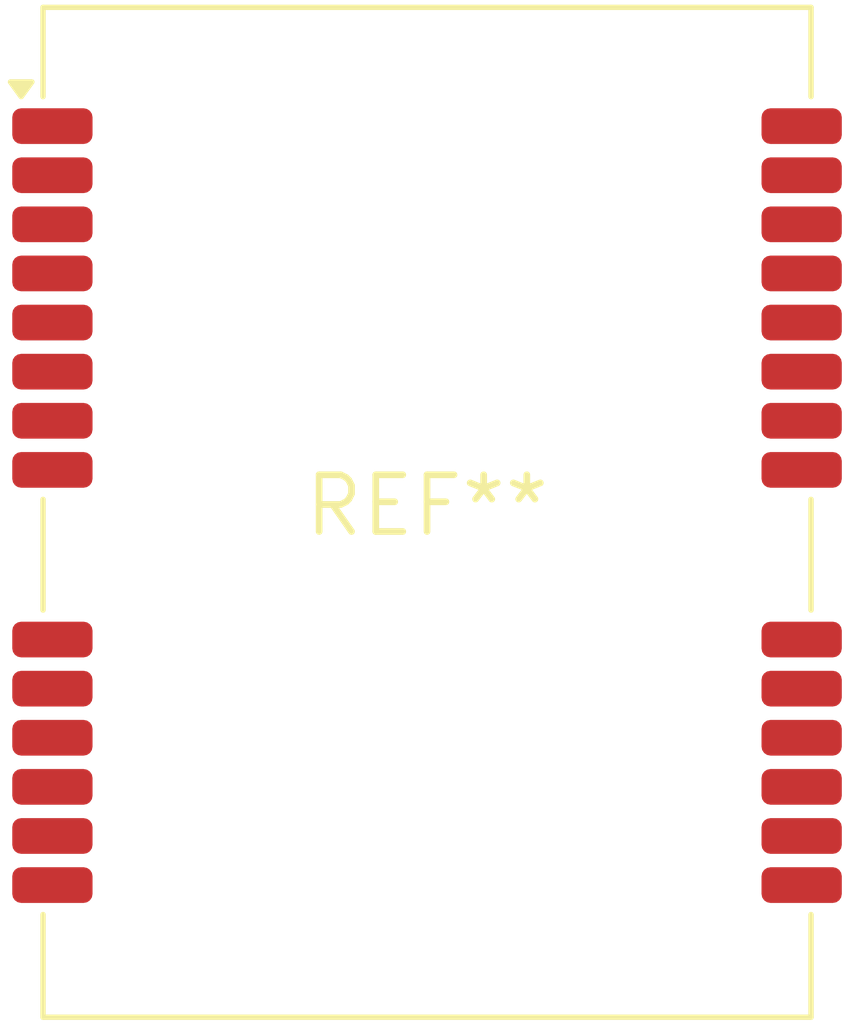
<source format=kicad_pcb>
(kicad_pcb (version 20240108) (generator pcbnew)
  (layers (0 "F.Cu" signal) (31 "B.Cu" signal) (34 "B.Paste" user) (35 "F.Paste" user) (36 "B.SilkS" user "B.Silkscreen") (37 "F.SilkS" user "F.Silkscreen") (38 "B.Mask" user) (39 "F.Mask" user) (44 "Edge.Cuts" user))
  (net 0 "")
  (footprint "ublox_LEA" (layer "F.Cu") (at 0 0)
    (property "Reference" "REF**")
    (property "Value" "ublox_LEA")
    (fp_line (start -8.61 -11.16) (end -8.61 -9.16) (layer "F.SilkS") (stroke (width 0.12)))
    (fp_line (start -8.61 -11.16) (end 8.61 -11.16) (layer "F.SilkS") (stroke (width 0.12)))
    (fp_line (start -8.61 -0.14) (end -8.61 2.34) (layer "F.SilkS") (stroke (width 0.12)))
    (fp_line (start -8.61 9.16) (end -8.61 11.46) (layer "F.SilkS") (stroke (width 0.12)))
    (fp_line (start -8.61 11.46) (end 8.61 11.46) (layer "F.SilkS") (stroke (width 0.12)))
    (fp_line (start 8.61 -11.16) (end 8.61 -9.16) (layer "F.SilkS") (stroke (width 0.12)))
    (fp_line (start 8.61 -0.14) (end 8.61 2.34) (layer "F.SilkS") (stroke (width 0.12)))
    (fp_line (start 8.61 9.16) (end 8.61 11.46) (layer "F.SilkS") (stroke (width 0.12)))
    (fp_poly (pts (xy -9.1 -9.16) (xy -9.34 -9.49) (xy -8.86 -9.49) (xy -9.1 -9.16)) (layer "F.SilkS") (stroke (width 0.12)) (fill solid))
    (pad "1" smd roundrect (at -8.4 -8.5) (size 1.8 0.8) (layers "F.Cu" "F.Paste" "F.Mask"))
    (pad "2" smd roundrect (at -8.4 -7.4) (size 1.8 0.8) (layers "F.Cu" "F.Paste" "F.Mask"))
    (pad "3" smd roundrect (at -8.4 -6.3) (size 1.8 0.8) (layers "F.Cu" "F.Paste" "F.Mask"))
    (pad "4" smd roundrect (at -8.4 -5.2) (size 1.8 0.8) (layers "F.Cu" "F.Paste" "F.Mask"))
    (pad "5" smd roundrect (at -8.4 -4.1) (size 1.8 0.8) (layers "F.Cu" "F.Paste" "F.Mask"))
    (pad "6" smd roundrect (at -8.4 -3) (size 1.8 0.8) (layers "F.Cu" "F.Paste" "F.Mask"))
    (pad "7" smd roundrect (at -8.4 -1.9) (size 1.8 0.8) (layers "F.Cu" "F.Paste" "F.Mask"))
    (pad "8" smd roundrect (at -8.4 -0.8) (size 1.8 0.8) (layers "F.Cu" "F.Paste" "F.Mask"))
    (pad "9" smd roundrect (at -8.4 3) (size 1.8 0.8) (layers "F.Cu" "F.Paste" "F.Mask"))
    (pad "10" smd roundrect (at -8.4 4.1) (size 1.8 0.8) (layers "F.Cu" "F.Paste" "F.Mask"))
    (pad "11" smd roundrect (at -8.4 5.2) (size 1.8 0.8) (layers "F.Cu" "F.Paste" "F.Mask"))
    (pad "12" smd roundrect (at -8.4 6.3) (size 1.8 0.8) (layers "F.Cu" "F.Paste" "F.Mask"))
    (pad "13" smd roundrect (at -8.4 7.4) (size 1.8 0.8) (layers "F.Cu" "F.Paste" "F.Mask"))
    (pad "14" smd roundrect (at -8.4 8.5) (size 1.8 0.8) (layers "F.Cu" "F.Paste" "F.Mask"))
    (pad "15" smd roundrect (at 8.4 8.5) (size 1.8 0.8) (layers "F.Cu" "F.Paste" "F.Mask"))
    (pad "16" smd roundrect (at 8.4 7.4) (size 1.8 0.8) (layers "F.Cu" "F.Paste" "F.Mask"))
    (pad "17" smd roundrect (at 8.4 6.3) (size 1.8 0.8) (layers "F.Cu" "F.Paste" "F.Mask"))
    (pad "18" smd roundrect (at 8.4 5.2) (size 1.8 0.8) (layers "F.Cu" "F.Paste" "F.Mask"))
    (pad "19" smd roundrect (at 8.4 4.1) (size 1.8 0.8) (layers "F.Cu" "F.Paste" "F.Mask"))
    (pad "20" smd roundrect (at 8.4 3) (size 1.8 0.8) (layers "F.Cu" "F.Paste" "F.Mask"))
    (pad "21" smd roundrect (at 8.4 -0.8) (size 1.8 0.8) (layers "F.Cu" "F.Paste" "F.Mask"))
    (pad "22" smd roundrect (at 8.4 -1.9) (size 1.8 0.8) (layers "F.Cu" "F.Paste" "F.Mask"))
    (pad "23" smd roundrect (at 8.4 -3) (size 1.8 0.8) (layers "F.Cu" "F.Paste" "F.Mask"))
    (pad "24" smd roundrect (at 8.4 -4.1) (size 1.8 0.8) (layers "F.Cu" "F.Paste" "F.Mask"))
    (pad "25" smd roundrect (at 8.4 -5.2) (size 1.8 0.8) (layers "F.Cu" "F.Paste" "F.Mask"))
    (pad "26" smd roundrect (at 8.4 -6.3) (size 1.8 0.8) (layers "F.Cu" "F.Paste" "F.Mask"))
    (pad "27" smd roundrect (at 8.4 -7.4) (size 1.8 0.8) (layers "F.Cu" "F.Paste" "F.Mask"))
    (pad "28" smd roundrect (at 8.4 -8.5) (size 1.8 0.8) (layers "F.Cu" "F.Paste" "F.Mask"))
  )
)
</source>
